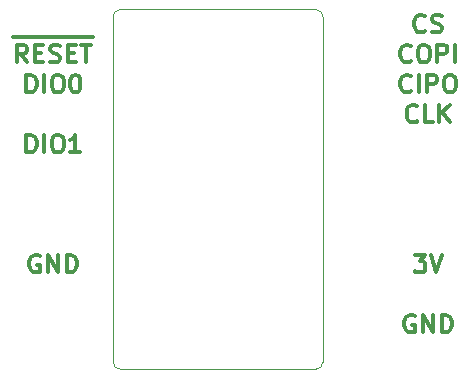
<source format=gbr>
%TF.GenerationSoftware,KiCad,Pcbnew,5.1.5+dfsg1-2~bpo10+1*%
%TF.CreationDate,Date%
%TF.ProjectId,ProMicro_LORA,50726f4d-6963-4726-9f5f-4c4f52412e6b,v1.1*%
%TF.SameCoordinates,Original*%
%TF.FileFunction,Other,Comment*%
%FSLAX45Y45*%
G04 Gerber Fmt 4.5, Leading zero omitted, Abs format (unit mm)*
G04 Created by KiCad*
%MOMM*%
%LPD*%
G04 APERTURE LIST*
%ADD10C,0.100000*%
%ADD11C,0.300000*%
G04 APERTURE END LIST*
D10*
X-127000Y2857500D02*
X-127000Y-63500D01*
X1651000Y2857500D02*
X1651000Y-63500D01*
D11*
X-974286Y2687000D02*
X-824286Y2687000D01*
X-852857Y2472143D02*
X-902857Y2543572D01*
X-938571Y2472143D02*
X-938571Y2622143D01*
X-881429Y2622143D01*
X-867143Y2615000D01*
X-860000Y2607857D01*
X-852857Y2593572D01*
X-852857Y2572143D01*
X-860000Y2557857D01*
X-867143Y2550714D01*
X-881429Y2543572D01*
X-938571Y2543572D01*
X-824286Y2687000D02*
X-688572Y2687000D01*
X-788571Y2550714D02*
X-738571Y2550714D01*
X-717143Y2472143D02*
X-788571Y2472143D01*
X-788571Y2622143D01*
X-717143Y2622143D01*
X-688572Y2687000D02*
X-545714Y2687000D01*
X-660000Y2479286D02*
X-638572Y2472143D01*
X-602857Y2472143D01*
X-588572Y2479286D01*
X-581429Y2486429D01*
X-574286Y2500714D01*
X-574286Y2515000D01*
X-581429Y2529286D01*
X-588572Y2536429D01*
X-602857Y2543572D01*
X-631429Y2550714D01*
X-645714Y2557857D01*
X-652857Y2565000D01*
X-660000Y2579286D01*
X-660000Y2593572D01*
X-652857Y2607857D01*
X-645714Y2615000D01*
X-631429Y2622143D01*
X-595714Y2622143D01*
X-574286Y2615000D01*
X-545714Y2687000D02*
X-410000Y2687000D01*
X-510000Y2550714D02*
X-460000Y2550714D01*
X-438571Y2472143D02*
X-510000Y2472143D01*
X-510000Y2622143D01*
X-438571Y2622143D01*
X-410000Y2687000D02*
X-295714Y2687000D01*
X-395714Y2622143D02*
X-310000Y2622143D01*
X-352857Y2472143D02*
X-352857Y2622143D01*
X-860000Y1710143D02*
X-860000Y1860143D01*
X-824286Y1860143D01*
X-802857Y1853000D01*
X-788571Y1838714D01*
X-781429Y1824429D01*
X-774286Y1795857D01*
X-774286Y1774429D01*
X-781429Y1745857D01*
X-788571Y1731571D01*
X-802857Y1717286D01*
X-824286Y1710143D01*
X-860000Y1710143D01*
X-710000Y1710143D02*
X-710000Y1860143D01*
X-610000Y1860143D02*
X-581429Y1860143D01*
X-567143Y1853000D01*
X-552857Y1838714D01*
X-545714Y1810143D01*
X-545714Y1760143D01*
X-552857Y1731571D01*
X-567143Y1717286D01*
X-581429Y1710143D01*
X-610000Y1710143D01*
X-624286Y1717286D01*
X-638572Y1731571D01*
X-645714Y1760143D01*
X-645714Y1810143D01*
X-638572Y1838714D01*
X-624286Y1853000D01*
X-610000Y1860143D01*
X-402857Y1710143D02*
X-488571Y1710143D01*
X-445714Y1710143D02*
X-445714Y1860143D01*
X-460000Y1838714D01*
X-474286Y1824429D01*
X-488571Y1817286D01*
X-860000Y2218143D02*
X-860000Y2368143D01*
X-824286Y2368143D01*
X-802857Y2361000D01*
X-788571Y2346714D01*
X-781429Y2332429D01*
X-774286Y2303857D01*
X-774286Y2282429D01*
X-781429Y2253857D01*
X-788571Y2239572D01*
X-802857Y2225286D01*
X-824286Y2218143D01*
X-860000Y2218143D01*
X-710000Y2218143D02*
X-710000Y2368143D01*
X-610000Y2368143D02*
X-581429Y2368143D01*
X-567143Y2361000D01*
X-552857Y2346714D01*
X-545714Y2318143D01*
X-545714Y2268143D01*
X-552857Y2239572D01*
X-567143Y2225286D01*
X-581429Y2218143D01*
X-610000Y2218143D01*
X-624286Y2225286D01*
X-638572Y2239572D01*
X-645714Y2268143D01*
X-645714Y2318143D01*
X-638572Y2346714D01*
X-624286Y2361000D01*
X-610000Y2368143D01*
X-452857Y2368143D02*
X-438571Y2368143D01*
X-424286Y2361000D01*
X-417143Y2353857D01*
X-410000Y2339572D01*
X-402857Y2311000D01*
X-402857Y2275286D01*
X-410000Y2246714D01*
X-417143Y2232429D01*
X-424286Y2225286D01*
X-438571Y2218143D01*
X-452857Y2218143D01*
X-467143Y2225286D01*
X-474286Y2232429D01*
X-481429Y2246714D01*
X-488571Y2275286D01*
X-488571Y2311000D01*
X-481429Y2339572D01*
X-474286Y2353857D01*
X-467143Y2361000D01*
X-452857Y2368143D01*
X-749286Y837000D02*
X-763571Y844143D01*
X-785000Y844143D01*
X-806429Y837000D01*
X-820714Y822714D01*
X-827857Y808429D01*
X-835000Y779857D01*
X-835000Y758429D01*
X-827857Y729857D01*
X-820714Y715571D01*
X-806429Y701286D01*
X-785000Y694143D01*
X-770714Y694143D01*
X-749286Y701286D01*
X-742143Y708429D01*
X-742143Y758429D01*
X-770714Y758429D01*
X-677857Y694143D02*
X-677857Y844143D01*
X-592143Y694143D01*
X-592143Y844143D01*
X-520714Y694143D02*
X-520714Y844143D01*
X-485000Y844143D01*
X-463571Y837000D01*
X-449286Y822714D01*
X-442143Y808429D01*
X-435000Y779857D01*
X-435000Y758429D01*
X-442143Y729857D01*
X-449286Y715571D01*
X-463571Y701286D01*
X-485000Y694143D01*
X-520714Y694143D01*
X2425714Y329000D02*
X2411429Y336143D01*
X2390000Y336143D01*
X2368571Y329000D01*
X2354286Y314714D01*
X2347143Y300429D01*
X2340000Y271857D01*
X2340000Y250429D01*
X2347143Y221857D01*
X2354286Y207571D01*
X2368571Y193286D01*
X2390000Y186143D01*
X2404286Y186143D01*
X2425714Y193286D01*
X2432857Y200429D01*
X2432857Y250429D01*
X2404286Y250429D01*
X2497143Y186143D02*
X2497143Y336143D01*
X2582857Y186143D01*
X2582857Y336143D01*
X2654286Y186143D02*
X2654286Y336143D01*
X2690000Y336143D01*
X2711429Y329000D01*
X2725714Y314714D01*
X2732857Y300429D01*
X2740000Y271857D01*
X2740000Y250429D01*
X2732857Y221857D01*
X2725714Y207571D01*
X2711429Y193286D01*
X2690000Y186143D01*
X2654286Y186143D01*
X2425714Y844143D02*
X2518571Y844143D01*
X2468571Y787000D01*
X2490000Y787000D01*
X2504286Y779857D01*
X2511429Y772714D01*
X2518571Y758429D01*
X2518571Y722714D01*
X2511429Y708429D01*
X2504286Y701286D01*
X2490000Y694143D01*
X2447143Y694143D01*
X2432857Y701286D01*
X2425714Y708429D01*
X2561429Y844143D02*
X2611429Y694143D01*
X2661429Y844143D01*
X2450714Y1978429D02*
X2443571Y1971286D01*
X2422143Y1964143D01*
X2407857Y1964143D01*
X2386429Y1971286D01*
X2372143Y1985571D01*
X2365000Y1999857D01*
X2357857Y2028429D01*
X2357857Y2049857D01*
X2365000Y2078429D01*
X2372143Y2092714D01*
X2386429Y2107000D01*
X2407857Y2114143D01*
X2422143Y2114143D01*
X2443571Y2107000D01*
X2450714Y2099857D01*
X2586429Y1964143D02*
X2515000Y1964143D01*
X2515000Y2114143D01*
X2636429Y1964143D02*
X2636429Y2114143D01*
X2722143Y1964143D02*
X2657857Y2049857D01*
X2722143Y2114143D02*
X2636429Y2028429D01*
X2397143Y2232429D02*
X2390000Y2225286D01*
X2368571Y2218143D01*
X2354286Y2218143D01*
X2332857Y2225286D01*
X2318571Y2239572D01*
X2311429Y2253857D01*
X2304286Y2282429D01*
X2304286Y2303857D01*
X2311429Y2332429D01*
X2318571Y2346714D01*
X2332857Y2361000D01*
X2354286Y2368143D01*
X2368571Y2368143D01*
X2390000Y2361000D01*
X2397143Y2353857D01*
X2461429Y2218143D02*
X2461429Y2368143D01*
X2532857Y2218143D02*
X2532857Y2368143D01*
X2590000Y2368143D01*
X2604286Y2361000D01*
X2611429Y2353857D01*
X2618571Y2339572D01*
X2618571Y2318143D01*
X2611429Y2303857D01*
X2604286Y2296714D01*
X2590000Y2289572D01*
X2532857Y2289572D01*
X2711429Y2368143D02*
X2740000Y2368143D01*
X2754286Y2361000D01*
X2768571Y2346714D01*
X2775714Y2318143D01*
X2775714Y2268143D01*
X2768571Y2239572D01*
X2754286Y2225286D01*
X2740000Y2218143D01*
X2711429Y2218143D01*
X2697143Y2225286D01*
X2682857Y2239572D01*
X2675714Y2268143D01*
X2675714Y2318143D01*
X2682857Y2346714D01*
X2697143Y2361000D01*
X2711429Y2368143D01*
X2397143Y2486429D02*
X2390000Y2479286D01*
X2368571Y2472143D01*
X2354286Y2472143D01*
X2332857Y2479286D01*
X2318571Y2493572D01*
X2311429Y2507857D01*
X2304286Y2536429D01*
X2304286Y2557857D01*
X2311429Y2586429D01*
X2318571Y2600714D01*
X2332857Y2615000D01*
X2354286Y2622143D01*
X2368571Y2622143D01*
X2390000Y2615000D01*
X2397143Y2607857D01*
X2490000Y2622143D02*
X2518571Y2622143D01*
X2532857Y2615000D01*
X2547143Y2600714D01*
X2554286Y2572143D01*
X2554286Y2522143D01*
X2547143Y2493572D01*
X2532857Y2479286D01*
X2518571Y2472143D01*
X2490000Y2472143D01*
X2475714Y2479286D01*
X2461429Y2493572D01*
X2454286Y2522143D01*
X2454286Y2572143D01*
X2461429Y2600714D01*
X2475714Y2615000D01*
X2490000Y2622143D01*
X2618571Y2472143D02*
X2618571Y2622143D01*
X2675714Y2622143D01*
X2690000Y2615000D01*
X2697143Y2607857D01*
X2704286Y2593572D01*
X2704286Y2572143D01*
X2697143Y2557857D01*
X2690000Y2550714D01*
X2675714Y2543572D01*
X2618571Y2543572D01*
X2768571Y2472143D02*
X2768571Y2622143D01*
X2515000Y2740429D02*
X2507857Y2733286D01*
X2486429Y2726143D01*
X2472143Y2726143D01*
X2450714Y2733286D01*
X2436429Y2747572D01*
X2429286Y2761857D01*
X2422143Y2790429D01*
X2422143Y2811857D01*
X2429286Y2840429D01*
X2436429Y2854714D01*
X2450714Y2869000D01*
X2472143Y2876143D01*
X2486429Y2876143D01*
X2507857Y2869000D01*
X2515000Y2861857D01*
X2572143Y2733286D02*
X2593571Y2726143D01*
X2629286Y2726143D01*
X2643571Y2733286D01*
X2650714Y2740429D01*
X2657857Y2754714D01*
X2657857Y2769000D01*
X2650714Y2783286D01*
X2643571Y2790429D01*
X2629286Y2797571D01*
X2600714Y2804714D01*
X2586429Y2811857D01*
X2579286Y2819000D01*
X2572143Y2833286D01*
X2572143Y2847571D01*
X2579286Y2861857D01*
X2586429Y2869000D01*
X2600714Y2876143D01*
X2636429Y2876143D01*
X2657857Y2869000D01*
D10*
X-127000Y2857500D02*
G75*
G02X-63500Y2921000I63500J0D01*
G01*
X1587500Y2921000D02*
G75*
G02X1651000Y2857500I0J-63500D01*
G01*
X-63500Y2921000D02*
X1587500Y2921000D01*
X1651000Y-63500D02*
G75*
G02X1587500Y-127000I-63500J0D01*
G01*
X-63500Y-127000D02*
G75*
G02X-127000Y-63500I0J63500D01*
G01*
X1587500Y-127000D02*
X-63500Y-127000D01*
M02*

</source>
